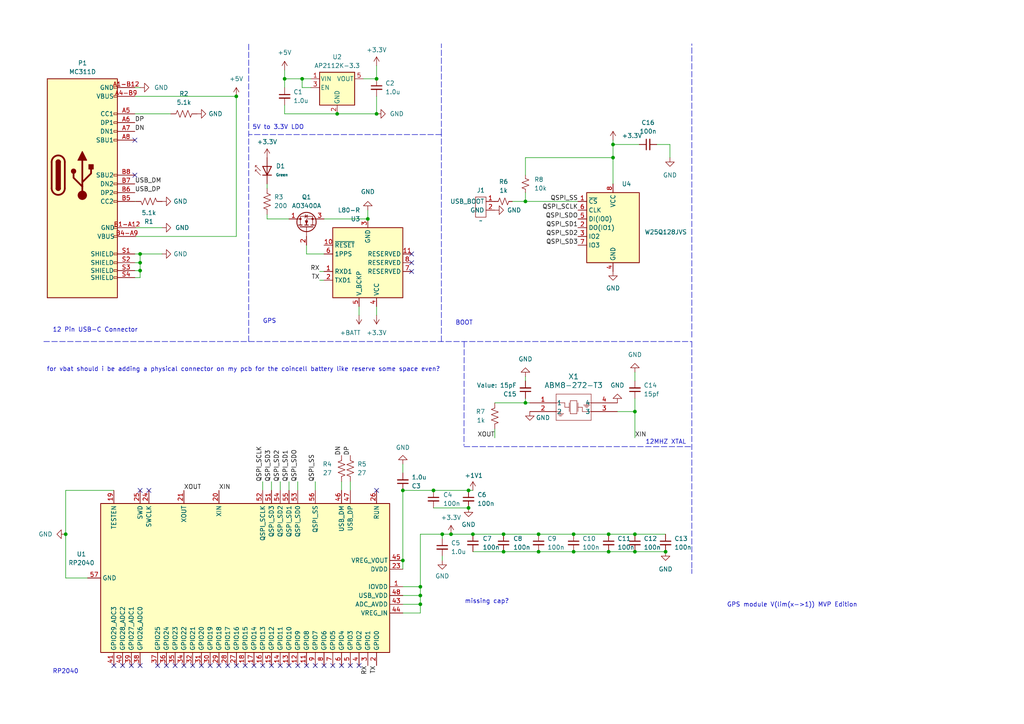
<source format=kicad_sch>
(kicad_sch (version 20250114) (generator "eeschema") (generator_version "9.0")
  (paper "A4")
  (lib_symbols
    (symbol "Crystal:ABM8-272-T3" (pin_names (offset 0.254))
      (property "Reference" "X" (at 12.7 7.62 0))
      (property "Value" "ABM8-272-T3" (at 12.7 5.08 0))
      (symbol "ABM8-272-T3_0_1"
        (polyline (pts (xy 7.62 2.54) (xy 7.62 -5.08)) (stroke (width 0.127)))
        (polyline (pts (xy 7.62 -2.54) (xy 8.89 -2.54)) (stroke (width 0.127)))
        (polyline (pts (xy 7.62 -5.08) (xy 17.78 -5.08)) (stroke (width 0.127)))
        (polyline (pts (xy 7.9375 -3.175) (xy 9.8425 -3.175)) (stroke (width 0.127)))
        (polyline (pts (xy 8.255 -3.4925) (xy 9.525 -3.4925)) (stroke (width 0.127)))
        (polyline (pts (xy 8.5725 -3.81) (xy 9.2075 -3.81)) (stroke (width 0.127)))
        (polyline (pts (xy 8.89 -2.54) (xy 8.89 -3.175)) (stroke (width 0.127)))
        (polyline (pts (xy 10.16 0) (xy 7.62 0)) (stroke (width 0.127)))
        (polyline (pts (xy 10.16 -1.27) (xy 10.16 0)) (stroke (width 0.127)))
        (polyline (pts (xy 11.43 0) (xy 11.43 -2.54)) (stroke (width 0.127)))
        (polyline (pts (xy 11.43 -1.27) (xy 10.16 -1.27)) (stroke (width 0.127)))
        (polyline (pts (xy 11.7475 0.635) (xy 11.7475 -3.175)) (stroke (width 0.127)))
        (polyline (pts (xy 11.7475 -3.175) (xy 13.6525 -3.175)) (stroke (width 0.127)))
        (polyline (pts (xy 13.6525 0.635) (xy 11.7475 0.635)) (stroke (width 0.127)))
        (polyline (pts (xy 13.6525 -3.175) (xy 13.6525 0.635)) (stroke (width 0.127)))
        (polyline (pts (xy 13.97 0) (xy 13.97 -2.54)) (stroke (width 0.127)))
        (polyline (pts (xy 13.97 -1.27) (xy 15.24 -1.27)) (stroke (width 0.127)))
        (polyline (pts (xy 15.24 -1.27) (xy 15.24 -2.54)) (stroke (width 0.127)))
        (polyline (pts (xy 15.24 -2.54) (xy 17.78 -2.54)) (stroke (width 0.127)))
        (polyline (pts (xy 16.51 0) (xy 16.51 -0.635)) (stroke (width 0.127)))
        (polyline (pts (xy 16.8275 -1.27) (xy 16.1925 -1.27)) (stroke (width 0.127)))
        (polyline (pts (xy 17.145 -0.9525) (xy 15.875 -0.9525)) (stroke (width 0.127)))
        (polyline (pts (xy 17.4625 -0.635) (xy 15.5575 -0.635)) (stroke (width 0.127)))
        (polyline (pts (xy 17.78 2.54) (xy 7.62 2.54)) (stroke (width 0.127)))
        (polyline (pts (xy 17.78 0) (xy 16.51 0)) (stroke (width 0.127)))
        (polyline (pts (xy 17.78 -5.08) (xy 17.78 2.54)) (stroke (width 0.127)))
        (pin unspecified line (at 0 0 0) (length 7.62) (name "1") (number "1"))
        (pin unspecified line (at 0 -2.54 0) (length 7.62) (name "2") (number "2"))
        (pin unspecified line (at 25.4 0 180) (length 7.62) (name "4") (number "4"))
        (pin unspecified line (at 25.4 -2.54 180) (length 7.62) (name "3") (number "3"))
      )
    )
    (symbol "Device:C_Small" (pin_numbers (hide yes)) (pin_names (offset 0.254) (hide yes))
      (property "Reference" "C" (at 0.254 1.778 0))
      (property "Value" "C_Small" (at 0.254 -2.032 0))
      (symbol "C_Small_0_1"
        (polyline (pts (xy -1.524 0.508) (xy 1.524 0.508)) (stroke (width 0.3048)))
        (polyline (pts (xy -1.524 -0.508) (xy 1.524 -0.508)) (stroke (width 0.3302)))
      )
      (symbol "C_Small_1_1"
        (pin passive line (at 0 2.54 270) (length 2.032) (name "~") (number "1"))
        (pin passive line (at 0 -2.54 90) (length 2.032) (name "~") (number "2"))
      )
    )
    (symbol "Device:Q_NMOS_DGS" (pin_names (offset 0) (hide yes))
      (property "Reference" "Q" (at 5.08 1.27 0))
      (property "Value" "Q_NMOS_DGS" (at 5.08 -1.27 0))
      (symbol "Q_NMOS_DGS_0_1"
        (polyline (pts (xy 0.254 1.905) (xy 0.254 -1.905)) (stroke (width 0.254)))
        (polyline (pts (xy 0.254 0) (xy -2.54 0)))
        (polyline (pts (xy 0.762 2.286) (xy 0.762 1.27)) (stroke (width 0.254)))
        (polyline (pts (xy 0.762 0.508) (xy 0.762 -0.508)) (stroke (width 0.254)))
        (polyline (pts (xy 0.762 -1.27) (xy 0.762 -2.286)) (stroke (width 0.254)))
        (polyline (pts (xy 0.762 -1.778) (xy 3.302 -1.778) (xy 3.302 1.778) (xy 0.762 1.778)))
        (polyline (pts (xy 1.016 0) (xy 2.032 0.381) (xy 2.032 -0.381) (xy 1.016 0)) (fill (type outline)))
        (circle (center 1.651 0) (radius 2.794) (stroke (width 0.254)))
        (polyline (pts (xy 2.54 2.54) (xy 2.54 1.778)))
        (circle (center 2.54 1.778) (radius 0.254) (fill (type outline)))
        (circle (center 2.54 -1.778) (radius 0.254) (fill (type outline)))
        (polyline (pts (xy 2.54 -2.54) (xy 2.54 0) (xy 0.762 0)))
        (polyline (pts (xy 2.794 0.508) (xy 2.921 0.381) (xy 3.683 0.381) (xy 3.81 0.254)))
        (polyline (pts (xy 3.302 0.381) (xy 2.921 -0.254) (xy 3.683 -0.254) (xy 3.302 0.381)))
      )
      (symbol "Q_NMOS_DGS_1_1"
        (pin input line (at -5.08 0 0) (length 2.54) (name "G") (number "2"))
        (pin passive line (at 2.54 5.08 270) (length 2.54) (name "D") (number "1"))
        (pin passive line (at 2.54 -5.08 90) (length 2.54) (name "S") (number "3"))
      )
    )
    (symbol "Device:R_Small_US" (pin_numbers (hide yes)) (pin_names (offset 0.254) (hide yes))
      (property "Reference" "R" (at 0.762 0.508 0))
      (property "Value" "R_Small_US" (at 0.762 -1.016 0))
      (symbol "R_Small_US_1_1"
        (polyline (pts (xy 0 1.524) (xy 1.016 1.143) (xy 0 0.762) (xy -1.016 0.381) (xy 0 0)))
        (polyline (pts (xy 0 0) (xy 1.016 -0.381) (xy 0 -0.762) (xy -1.016 -1.143) (xy 0 -1.524)))
        (pin passive line (at 0 2.54 270) (length 1.016) (name "~") (number "1"))
        (pin passive line (at 0 -2.54 90) (length 1.016) (name "~") (number "2"))
      )
    )
    (symbol "Device:R_US" (pin_numbers (hide yes)) (pin_names (offset 0))
      (property "Reference" "R" (at 2.54 0 90))
      (property "Value" "R_US" (at -2.54 0 90))
      (symbol "R_US_0_1"
        (polyline (pts (xy 0 2.286) (xy 0 2.54)))
        (polyline (pts (xy 0 2.286) (xy 1.016 1.905) (xy 0 1.524) (xy -1.016 1.143) (xy 0 0.762)))
        (polyline (pts (xy 0 0.762) (xy 1.016 0.381) (xy 0 0) (xy -1.016 -0.381) (xy 0 -0.762)))
        (polyline (pts (xy 0 -0.762) (xy 1.016 -1.143) (xy 0 -1.524) (xy -1.016 -1.905) (xy 0 -2.286)))
        (polyline (pts (xy 0 -2.286) (xy 0 -2.54)))
      )
      (symbol "R_US_1_1"
        (pin passive line (at 0 3.81 270) (length 1.27) (name "~") (number "1"))
        (pin passive line (at 0 -3.81 90) (length 1.27) (name "~") (number "2"))
      )
    )
    (symbol "MCU_RaspberryPi:RP2040"
      (property "Reference" "U" (at 17.78 45.72 0))
      (property "Value" "RP2040" (at 17.78 43.18 0))
      (symbol "RP2040_0_1"
        (rectangle (start -21.59 41.91) (end 21.59 -41.91) (stroke (width 0.254)) (fill (type background)))
      )
      (symbol "RP2040_1_1"
        (pin input line (at -25.4 38.1 0) (length 3.81) (name "RUN") (number "26"))
        (pin bidirectional line (at -25.4 30.48 0) (length 3.81) (name "USB_DP") (number "47"))
        (pin bidirectional line (at -25.4 27.94 0) (length 3.81) (name "USB_DM") (number "46"))
        (pin bidirectional line (at -25.4 20.32 0) (length 3.81) (name "QSPI_SS") (number "56"))
        (pin bidirectional line (at -25.4 15.24 0) (length 3.81) (name "QSPI_SD0") (number "53"))
        (pin bidirectional line (at -25.4 12.7 0) (length 3.81) (name "QSPI_SD1") (number "55"))
        (pin bidirectional line (at -25.4 10.16 0) (length 3.81) (name "QSPI_SD2") (number "54"))
        (pin bidirectional line (at -25.4 7.62 0) (length 3.81) (name "QSPI_SD3") (number "51"))
        (pin output line (at -25.4 5.08 0) (length 3.81) (name "QSPI_SCLK") (number "52"))
        (pin input line (at -25.4 -7.62 0) (length 3.81) (name "XIN") (number "20"))
        (pin passive line (at -25.4 -17.78 0) (length 3.81) (name "XOUT") (number "21"))
        (pin input line (at -25.4 -27.94 0) (length 3.81) (name "SWCLK") (number "24"))
        (pin bidirectional line (at -25.4 -30.48 0) (length 3.81) (name "SWD") (number "25"))
        (pin input line (at -25.4 -38.1 0) (length 3.81) (name "TESTEN") (number "19"))
        (pin power_out line (at -5.08 45.72 270) (length 3.81) (name "VREG_VOUT") (number "45"))
        (pin power_in line (at -2.54 45.72 270) (length 3.81) (name "DVDD") (number "23"))
        (pin passive line (at -2.54 45.72 270) (length 3.81) (hide yes) (name "DVDD") (number "50"))
        (pin power_in line (at 0 -45.72 90) (length 3.81) (name "GND") (number "57"))
        (pin power_in line (at 2.54 45.72 270) (length 3.81) (name "IOVDD") (number "1"))
        (pin passive line (at 2.54 45.72 270) (length 3.81) (hide yes) (name "IOVDD") (number "10"))
        (pin passive line (at 2.54 45.72 270) (length 3.81) (hide yes) (name "IOVDD") (number "22"))
        (pin passive line (at 2.54 45.72 270) (length 3.81) (hide yes) (name "IOVDD") (number "33"))
        (pin passive line (at 2.54 45.72 270) (length 3.81) (hide yes) (name "IOVDD") (number "42"))
        (pin passive line (at 2.54 45.72 270) (length 3.81) (hide yes) (name "IOVDD") (number "49"))
        (pin power_in line (at 5.08 45.72 270) (length 3.81) (name "USB_VDD") (number "48"))
        (pin power_in line (at 7.62 45.72 270) (length 3.81) (name "ADC_AVDD") (number "43"))
        (pin power_in line (at 10.16 45.72 270) (length 3.81) (name "VREG_IN") (number "44"))
        (pin bidirectional line (at 25.4 38.1 180) (length 3.81) (name "GPIO0") (number "2"))
        (pin bidirectional line (at 25.4 35.56 180) (length 3.81) (name "GPIO1") (number "3"))
        (pin bidirectional line (at 25.4 33.02 180) (length 3.81) (name "GPIO2") (number "4"))
        (pin bidirectional line (at 25.4 30.48 180) (length 3.81) (name "GPIO3") (number "5"))
        (pin bidirectional line (at 25.4 27.94 180) (length 3.81) (name "GPIO4") (number "6"))
        (pin bidirectional line (at 25.4 25.4 180) (length 3.81) (name "GPIO5") (number "7"))
        (pin bidirectional line (at 25.4 22.86 180) (length 3.81) (name "GPIO6") (number "8"))
        (pin bidirectional line (at 25.4 20.32 180) (length 3.81) (name "GPIO7") (number "9"))
        (pin bidirectional line (at 25.4 17.78 180) (length 3.81) (name "GPIO8") (number "11"))
        (pin bidirectional line (at 25.4 15.24 180) (length 3.81) (name "GPIO9") (number "12"))
        (pin bidirectional line (at 25.4 12.7 180) (length 3.81) (name "GPIO10") (number "13"))
        (pin bidirectional line (at 25.4 10.16 180) (length 3.81) (name "GPIO11") (number "14"))
        (pin bidirectional line (at 25.4 7.62 180) (length 3.81) (name "GPIO12") (number "15"))
        (pin bidirectional line (at 25.4 5.08 180) (length 3.81) (name "GPIO13") (number "16"))
        (pin bidirectional line (at 25.4 2.54 180) (length 3.81) (name "GPIO14") (number "17"))
        (pin bidirectional line (at 25.4 0 180) (length 3.81) (name "GPIO15") (number "18"))
        (pin bidirectional line (at 25.4 -2.54 180) (length 3.81) (name "GPIO16") (number "27"))
        (pin bidirectional line (at 25.4 -5.08 180) (length 3.81) (name "GPIO17") (number "28"))
        (pin bidirectional line (at 25.4 -7.62 180) (length 3.81) (name "GPIO18") (number "29"))
        (pin bidirectional line (at 25.4 -10.16 180) (length 3.81) (name "GPIO19") (number "30"))
        (pin bidirectional line (at 25.4 -12.7 180) (length 3.81) (name "GPIO20") (number "31"))
        (pin bidirectional line (at 25.4 -15.24 180) (length 3.81) (name "GPIO21") (number "32"))
        (pin bidirectional line (at 25.4 -17.78 180) (length 3.81) (name "GPIO22") (number "34"))
        (pin bidirectional line (at 25.4 -20.32 180) (length 3.81) (name "GPIO23") (number "35"))
        (pin bidirectional line (at 25.4 -22.86 180) (length 3.81) (name "GPIO24") (number "36"))
        (pin bidirectional line (at 25.4 -25.4 180) (length 3.81) (name "GPIO25") (number "37"))
        (pin bidirectional line (at 25.4 -30.48 180) (length 3.81) (name "GPIO26_ADC0") (number "38"))
        (pin bidirectional line (at 25.4 -33.02 180) (length 3.81) (name "GPIO27_ADC1") (number "39"))
        (pin bidirectional line (at 25.4 -35.56 180) (length 3.81) (name "GPIO28_ADC2") (number "40"))
        (pin bidirectional line (at 25.4 -38.1 180) (length 3.81) (name "GPIO29_ADC3") (number "41"))
      )
    )
    (symbol "Memory_Flash:W25Q128JVS"
      (property "Reference" "U" (at -8.89 8.89 0))
      (property "Value" "W25Q128JVS" (at 7.62 8.89 0))
      (symbol "W25Q128JVS_0_1"
        (rectangle (start -7.62 10.16) (end 7.62 -10.16) (stroke (width 0.254)) (fill (type background)))
      )
      (symbol "W25Q128JVS_1_1"
        (pin input line (at -10.16 7.62 0) (length 2.54) (name "~{CS}") (number "1"))
        (pin input line (at -10.16 5.08 0) (length 2.54) (name "CLK") (number "6"))
        (pin bidirectional line (at -10.16 2.54 0) (length 2.54) (name "DI(IO0)") (number "5"))
        (pin bidirectional line (at -10.16 0 0) (length 2.54) (name "DO(IO1)") (number "2"))
        (pin bidirectional line (at -10.16 -2.54 0) (length 2.54) (name "IO2") (number "3"))
        (pin bidirectional line (at -10.16 -5.08 0) (length 2.54) (name "IO3") (number "7"))
        (pin power_in line (at 0 12.7 270) (length 2.54) (name "VCC") (number "8"))
        (pin power_in line (at 0 -12.7 90) (length 2.54) (name "GND") (number "4"))
      )
    )
    (symbol "PCM_JLCPCB-Diodes:LED,0805,Green" (pin_numbers (hide yes)) (pin_names (offset 0))
      (property "Reference" "D" (at 2.032 0.834 0))
      (property "Value" "Green" (at 2.032 -1.2122 0))
      (symbol "LED,0805,Green_0_1"
        (polyline (pts (xy -1.905 0) (xy -3.429 1.524) (xy -3.429 1.016) (xy -3.429 1.524) (xy -2.921 1.524)) (stroke (width 0.127)))
        (polyline (pts (xy -1.905 -1.27) (xy -3.429 0.254) (xy -3.429 -0.254) (xy -3.429 0.254) (xy -2.921 0.254)) (stroke (width 0.127)))
        (polyline (pts (xy -1.27 1.27) (xy 0 -1.27) (xy 1.27 1.27) (xy -1.27 1.27)) (stroke (width 0.254)))
        (polyline (pts (xy -1.27 -1.27) (xy 1.27 -1.27)) (stroke (width 0.254)))
      )
      (symbol "LED,0805,Green_1_1"
        (pin passive line (at 0 3.81 270) (length 3.81) (name "~") (number "2"))
        (pin passive line (at 0 -3.81 90) (length 3.81) (name "~") (number "1"))
      )
    )
    (symbol "RF_GPS:L80-R"
      (property "Reference" "U" (at -10.16 11.43 0))
      (property "Value" "L80-R" (at 10.16 11.43 0))
      (symbol "L80-R_0_1"
        (rectangle (start -10.16 10.16) (end 10.16 -10.16) (stroke (width 0.254)) (fill (type background)))
      )
      (symbol "L80-R_1_1"
        (pin passive line (at -12.7 2.54 0) (length 2.54) (name "RESERVED") (number "7"))
        (pin passive line (at -12.7 0 0) (length 2.54) (name "RESERVED") (number "8"))
        (pin passive line (at -12.7 -2.54 0) (length 2.54) (name "RESERVED") (number "11"))
        (pin power_in line (at -2.54 12.7 270) (length 2.54) (name "VCC") (number "4"))
        (pin passive line (at 0 -12.7 90) (length 2.54) (hide yes) (name "GND") (number "12"))
        (pin power_in line (at 0 -12.7 90) (length 2.54) (name "GND") (number "3"))
        (pin power_in line (at 2.54 12.7 270) (length 2.54) (name "V_BCKP") (number "5"))
        (pin no_connect line (at 10.16 0 180) (length 2.54) (hide yes) (name "NC") (number "9"))
        (pin output line (at 12.7 5.08 180) (length 2.54) (name "TXD1") (number "2"))
        (pin input line (at 12.7 2.54 180) (length 2.54) (name "RXD1") (number "1"))
        (pin output line (at 12.7 -2.54 180) (length 2.54) (name "1PPS") (number "6"))
        (pin input line (at 12.7 -5.08 180) (length 2.54) (name "~{RESET}") (number "10"))
      )
    )
    (symbol "Regulator_Linear:AP2112K-3.3" (pin_names (offset 0.254))
      (property "Reference" "U" (at -5.08 5.715 0))
      (property "Value" "AP2112K-3.3" (at 0 5.715 0))
      (symbol "AP2112K-3.3_0_1"
        (rectangle (start -5.08 4.445) (end 5.08 -5.08) (stroke (width 0.254)) (fill (type background)))
      )
      (symbol "AP2112K-3.3_1_1"
        (pin power_in line (at -7.62 2.54 0) (length 2.54) (name "VIN") (number "1"))
        (pin input line (at -7.62 0 0) (length 2.54) (name "EN") (number "3"))
        (pin power_in line (at 0 -7.62 90) (length 2.54) (name "GND") (number "2"))
        (pin no_connect line (at 5.08 0 180) (length 2.54) (hide yes) (name "NC") (number "4"))
        (pin power_out line (at 7.62 2.54 180) (length 2.54) (name "VOUT") (number "5"))
      )
    )
    (symbol "USBCCOnn:USB_C_Plug_12pin" (pin_names (offset 1.016))
      (property "Reference" "P1" (at 0.0635 32.512 0))
      (property "Value" "MC311D" (at 0.0635 29.972 0))
      (symbol "USB_C_Plug_12pin_0_0"
        (rectangle (start 9.144 23.114) (end 10.16 22.606))
        (rectangle (start 9.144 15.494) (end 10.16 14.986))
        (rectangle (start 9.144 12.954) (end 10.16 12.446))
        (rectangle (start 9.144 10.414) (end 10.16 9.906))
        (rectangle (start 9.144 -4.826) (end 10.16 -5.334))
        (rectangle (start 9.144 -27.432) (end 10.16 -27.94))
        (rectangle (start 9.144 -29.464) (end 10.16 -29.972))
        (rectangle (start 10.16 25.654) (end 9.144 25.146))
        (rectangle (start 10.16 18.034) (end 9.144 17.526))
        (rectangle (start 10.16 0.254) (end 9.144 -0.254))
        (rectangle (start 10.16 -2.286) (end 9.144 -2.794))
        (rectangle (start 10.16 -7.366) (end 9.144 -7.874))
        (rectangle (start 10.16 -14.986) (end 9.144 -15.494))
        (rectangle (start 10.16 -17.526) (end 9.144 -18.034))
        (rectangle (start 10.16 -22.606) (end 9.144 -23.114))
        (rectangle (start 10.16 -25.146) (end 9.144 -25.654))
      )
      (symbol "USB_C_Plug_12pin_0_1"
        (rectangle (start -10.16 27.94) (end 10.16 -35.56) (stroke (width 0.254)) (fill (type background)))
        (polyline (pts (xy -8.89 -3.81) (xy -8.89 3.81)) (stroke (width 0.508)))
        (rectangle (start -7.62 -3.81) (end -6.35 3.81) (stroke (width 0.254)) (fill (type outline)))
        (arc (start -7.62 3.81) (mid -6.985 4.4423) (end -6.35 3.81) (stroke (width 0.254)))
        (arc (start -7.62 3.81) (mid -6.985 4.4423) (end -6.35 3.81) (stroke (width 0.254)) (fill (type outline)))
        (arc (start -8.89 3.81) (mid -6.985 5.7067) (end -5.08 3.81) (stroke (width 0.508)))
        (arc (start -5.08 -3.81) (mid -6.985 -5.7067) (end -8.89 -3.81) (stroke (width 0.508)))
        (arc (start -6.35 -3.81) (mid -6.985 -4.4423) (end -7.62 -3.81) (stroke (width 0.254)))
        (arc (start -6.35 -3.81) (mid -6.985 -4.4423) (end -7.62 -3.81) (stroke (width 0.254)) (fill (type outline)))
        (polyline (pts (xy -5.08 3.81) (xy -5.08 -3.81)) (stroke (width 0.508)))
      )
      (symbol "USB_C_Plug_12pin_1_1"
        (circle (center -2.54 1.143) (radius 0.635) (stroke (width 0.254)) (fill (type outline)))
        (polyline (pts (xy -1.27 4.318) (xy 0 6.858) (xy 1.27 4.318) (xy -1.27 4.318)) (stroke (width 0.254)) (fill (type outline)))
        (polyline (pts (xy 0 -2.032) (xy 2.54 0.508) (xy 2.54 1.778)) (stroke (width 0.508)))
        (polyline (pts (xy 0 -3.302) (xy -2.54 -0.762) (xy -2.54 0.508)) (stroke (width 0.508)))
        (polyline (pts (xy 0 -5.842) (xy 0 4.318)) (stroke (width 0.508)))
        (circle (center 0 -5.842) (radius 1.27) (fill (type outline)))
        (rectangle (start 1.905 1.778) (end 3.175 3.048) (stroke (width 0.254)) (fill (type outline)))
        (pin passive line (at 15.24 25.4 180) (length 5.08) (name "GND") (number "A1-B12"))
        (pin bidirectional line (at 15.24 22.86 180) (length 5.08) (name "VBUS") (number "A4-B9"))
        (pin bidirectional line (at 15.24 17.78 180) (length 5.08) (name "CC1") (number "A5"))
        (pin bidirectional line (at 15.24 15.24 180) (length 5.08) (name "DP1") (number "A6"))
        (pin bidirectional line (at 15.24 12.7 180) (length 5.08) (name "DN1") (number "A7"))
        (pin bidirectional line (at 15.24 10.16 180) (length 5.08) (name "SBU1") (number "A8"))
        (pin bidirectional line (at 15.24 0 180) (length 5.08) (name "SBU2") (number "B8"))
        (pin bidirectional line (at 15.24 -2.54 180) (length 5.08) (name "DN2") (number "B7"))
        (pin bidirectional line (at 15.24 -5.08 180) (length 5.08) (name "DP2") (number "B6"))
        (pin bidirectional line (at 15.24 -7.62 180) (length 5.08) (name "CC2") (number "B5"))
        (pin passive line (at 15.24 -22.86 180) (length 5.08) (name "SHIELD") (number "S1"))
        (pin passive line (at 15.24 -25.4 180) (length 5.08) (name "SHIELD") (number "S2"))
        (pin passive line (at 15.24 -27.686 180) (length 5.08) (name "SHIELD") (number "S3"))
        (pin passive line (at 15.24 -29.718 180) (length 5.08) (name "SHIELD") (number "S4"))
        (pin passive line (at 15.494 -15.24 180) (length 5.08) (name "GND") (number "B1-A12"))
        (pin bidirectional line (at 15.494 -17.78 180) (length 5.08) (name "VBUS") (number "B4-A9"))
      )
    )
    (symbol "USBCCOnn:connector"
      (property "Reference" "J1" (at 0 8.8145 0))
      (property "Value" "~" (at 0 0 0))
      (symbol "connector_0_1"
        (rectangle (start -1.524 6.858) (end 1.524 1.016))
      )
      (symbol "connector_1_1"
        (pin input line (at 4.064 5.588 180) (length 2.54) (name "USB_BOOT") (number "1"))
        (pin input line (at 4.064 3.048 180) (length 2.54) (name "GND") (number "2"))
      )
    )
    (symbol "power:+1V1" (power) (pin_names (offset 0))
      (property "Value" "+1V1" (at 0 3.556 0))
      (symbol "+1V1_0_1"
        (polyline (pts (xy -0.762 1.27) (xy 0 2.54)))
        (polyline (pts (xy 0 2.54) (xy 0.762 1.27)))
        (polyline (pts (xy 0 0) (xy 0 2.54)))
      )
      (symbol "+1V1_1_1"
        (pin power_in line (at 0 0 90) (length 0) (hide yes) (name "+1V1") (number "1"))
      )
    )
    (symbol "power:+3.3V" (power) (pin_names (offset 0))
      (property "Value" "+3.3V" (at 0 3.556 0))
      (symbol "+3.3V_0_1"
        (polyline (pts (xy -0.762 1.27) (xy 0 2.54)))
        (polyline (pts (xy 0 2.54) (xy 0.762 1.27)))
        (polyline (pts (xy 0 0) (xy 0 2.54)))
      )
      (symbol "+3.3V_1_1"
        (pin power_in line (at 0 0 90) (length 0) (hide yes) (name "+3.3V") (number "1"))
      )
    )
    (symbol "power:+3V3" (power) (pin_names (offset 0))
      (property "Value" "+3V3" (at 0 3.556 0))
      (symbol "+3V3_0_1"
        (polyline (pts (xy -0.762 1.27) (xy 0 2.54)))
        (polyline (pts (xy 0 2.54) (xy 0.762 1.27)))
        (polyline (pts (xy 0 0) (xy 0 2.54)))
      )
      (symbol "+3V3_1_1"
        (pin power_in line (at 0 0 90) (length 0) (hide yes) (name "+3V3") (number "1"))
      )
    )
    (symbol "power:+5V" (power) (pin_names (offset 0))
      (property "Value" "+5V" (at 0 3.556 0))
      (symbol "+5V_0_1"
        (polyline (pts (xy -0.762 1.27) (xy 0 2.54)))
        (polyline (pts (xy 0 2.54) (xy 0.762 1.27)))
        (polyline (pts (xy 0 0) (xy 0 2.54)))
      )
      (symbol "+5V_1_1"
        (pin power_in line (at 0 0 90) (length 0) (hide yes) (name "+5V") (number "1"))
      )
    )
    (symbol "power:+BATT" (power) (pin_names (offset 0))
      (property "Value" "+BATT" (at 0 3.556 0))
      (symbol "+BATT_0_1"
        (polyline (pts (xy -0.762 1.27) (xy 0 2.54)))
        (polyline (pts (xy 0 2.54) (xy 0.762 1.27)))
        (polyline (pts (xy 0 0) (xy 0 2.54)))
      )
      (symbol "+BATT_1_1"
        (pin power_in line (at 0 0 90) (length 0) (hide yes) (name "+BATT") (number "1"))
      )
    )
    (symbol "power:GND" (power) (pin_names (offset 0))
      (property "Value" "GND" (at 0 -3.81 0))
      (symbol "GND_0_1"
        (polyline (pts (xy 0 0) (xy 0 -1.27) (xy 1.27 -1.27) (xy 0 -2.54) (xy -1.27 -1.27) (xy 0 -1.27)))
      )
      (symbol "GND_1_1"
        (pin power_in line (at 0 0 270) (length 0) (hide yes) (name "GND") (number "1"))
      )
    )
    (symbol "power:VCC" (power) (pin_names (offset 0))
      (property "Value" "VCC" (at 0 3.81 0))
      (symbol "VCC_0_1"
        (polyline (pts (xy -0.762 1.27) (xy 0 2.54)))
        (polyline (pts (xy 0 2.54) (xy 0.762 1.27)))
        (polyline (pts (xy 0 0) (xy 0 2.54)))
      )
      (symbol "VCC_1_1"
        (pin power_in line (at 0 0 90) (length 0) (hide yes) (name "VCC") (number "1"))
      )
    )
  )
  (text "12 Pin USB-C Connector\n" (at 15.24 96.52 0) (effects (font (size 1.27 1.27)) (justify left bottom)))
  (text "for vbat should i be adding a physical connector on my pcb for the coincell battery like reserve some space even?" (at 70.612 107.188 0) (effects (font (size 1.27 1.27))))
  (text "RP2040\n" (at 15.24 195.58 0) (effects (font (size 1.27 1.27)) (justify left bottom)))
  (text "GPS module V(lim(x->1)) MVP Edition\n\n\n" (at 210.82 180.34 0) (effects (font (size 1.27 1.27)) (justify left bottom)))
  (text "5V to 3.3V LDO\n\n" (at 73.1791 39.7765 0) (effects (font (size 1.27 1.27)) (justify left bottom)))
  (text "missing cap?" (at 141.224 174.498 0) (effects (font (size 1.27 1.27))))
  (text "12MHZ XTAL" (at 187.198 129.032 0) (effects (font (size 1.27 1.27)) (justify left bottom)))
  (text "BOOT\n\n" (at 132.08 96.52 0) (effects (font (size 1.27 1.27)) (justify left bottom)))
  (text "GPS\n" (at 76.2 93.98 0) (effects (font (size 1.27 1.27)) (justify left bottom)))
  (junction (at 184.15 160.02))
  (junction (at 68.5388 27.9467))
  (junction (at 82.55 22.86))
  (junction (at 156.21 154.94))
  (junction (at 40.64 78.486))
  (junction (at 130.81 154.94))
  (junction (at 109.22 22.86))
  (junction (at 184.15 119.38))
  (junction (at 116.84 162.56))
  (junction (at 135.89 142.24))
  (junction (at 184.15 154.94))
  (junction (at 176.53 160.02))
  (junction (at 177.8 45.72))
  (junction (at 146.05 154.94))
  (junction (at 177.8 41.91))
  (junction (at 166.37 160.02))
  (junction (at 125.73 142.24))
  (junction (at 106.68 63.5))
  (junction (at 121.92 175.26))
  (junction (at 146.05 160.02))
  (junction (at 121.92 172.72))
  (junction (at 193.04 160.02))
  (junction (at 152.4 116.84))
  (junction (at 137.16 154.94))
  (junction (at 87.63 22.86))
  (junction (at 166.37 154.94))
  (junction (at 116.84 142.24))
  (junction (at 40.64 76.2))
  (junction (at 152.4 58.42))
  (junction (at 121.92 170.18))
  (junction (at 40.64 73.66))
  (junction (at 97.79 33.02))
  (junction (at 176.53 154.94))
  (junction (at 156.21 160.02))
  (junction (at 128.27 154.94))
  (junction (at 135.89 147.32))
  (junction (at 19.05 154.94))
  (junction (at 109.22 33.02))
  (no_connect (at 55.88 193.04))
  (no_connect (at 43.18 142.24))
  (no_connect (at 68.58 193.04))
  (no_connect (at 66.04 193.04))
  (no_connect (at 86.36 193.04))
  (no_connect (at 73.66 193.04))
  (no_connect (at 48.26 193.04))
  (no_connect (at 45.72 193.04))
  (no_connect (at 50.8 193.04))
  (no_connect (at 109.22 142.24))
  (no_connect (at 38.1 193.04))
  (no_connect (at 104.14 193.04))
  (no_connect (at 119.38 76.2))
  (no_connect (at 60.96 193.04))
  (no_connect (at 101.6 193.04))
  (no_connect (at 88.9 193.04))
  (no_connect (at 119.38 73.66))
  (no_connect (at 91.44 193.04))
  (no_connect (at 99.06 193.04))
  (no_connect (at 96.52 193.04))
  (no_connect (at 63.5 193.04))
  (no_connect (at 93.98 193.04))
  (no_connect (at 53.34 193.04))
  (no_connect (at 35.56 193.04))
  (no_connect (at 40.64 193.04))
  (no_connect (at 119.38 78.74))
  (no_connect (at 39.116 40.64))
  (no_connect (at 40.64 142.24))
  (no_connect (at 58.42 193.04))
  (no_connect (at 39.116 50.8))
  (no_connect (at 78.74 193.04))
  (no_connect (at 33.02 193.04))
  (no_connect (at 81.28 193.04))
  (no_connect (at 71.12 193.04))
  (no_connect (at 83.82 193.04))
  (no_connect (at 76.2 193.04))
  (wire (pts (xy 39.37 68.58) (xy 68.5388 68.58)))
  (polyline (pts (xy 200.66 165.1) (xy 200.66 166.37)))
  (wire (pts (xy 152.4 58.42) (xy 148.59 58.42)))
  (wire (pts (xy 104.14 91.44) (xy 104.14 88.9)))
  (wire (pts (xy 121.92 177.8) (xy 121.92 175.26)))
  (wire (pts (xy 39.116 27.94) (xy 68.5388 27.94)))
  (wire (pts (xy 91.44 139.7) (xy 91.44 142.24)))
  (wire (pts (xy 88.9 73.66) (xy 93.98 73.66)))
  (wire (pts (xy 39.116 73.66) (xy 40.64 73.66)))
  (wire (pts (xy 93.98 63.5) (xy 106.68 63.5)))
  (polyline (pts (xy 128.022 39.033) (xy 128.022 12.7)) (stroke (width 0) (type dash)))
  (wire (pts (xy 90.17 22.86) (xy 87.63 22.86)))
  (wire (pts (xy 179.07 119.38) (xy 184.15 119.38)))
  (wire (pts (xy 184.15 160.02) (xy 193.04 160.02)))
  (wire (pts (xy 82.55 25.4) (xy 82.55 22.86)))
  (wire (pts (xy 152.4 45.72) (xy 177.8 45.72)))
  (wire (pts (xy 128.27 154.94) (xy 130.81 154.94)))
  (wire (pts (xy 177.8 40.64) (xy 177.8 41.91)))
  (wire (pts (xy 125.73 147.32) (xy 135.89 147.32)))
  (wire (pts (xy 106.68 60.96) (xy 106.68 63.5)))
  (wire (pts (xy 116.84 177.8) (xy 121.92 177.8)))
  (wire (pts (xy 39.37 58.42) (xy 39.116 58.42)))
  (wire (pts (xy 137.16 154.94) (xy 146.05 154.94)))
  (wire (pts (xy 184.15 115.57) (xy 184.15 119.38)))
  (wire (pts (xy 146.05 154.94) (xy 156.21 154.94)))
  (wire (pts (xy 166.37 160.02) (xy 176.53 160.02)))
  (wire (pts (xy 78.74 139.7) (xy 78.74 142.24)))
  (wire (pts (xy 184.15 107.95) (xy 184.15 110.49)))
  (polyline (pts (xy 200.66 97.79) (xy 200.66 12.7)) (stroke (width 0) (type dash)))
  (wire (pts (xy 19.05 142.24) (xy 19.05 154.94)))
  (wire (pts (xy 152.4 45.72) (xy 152.4 50.8)))
  (wire (pts (xy 146.05 160.02) (xy 156.21 160.02)))
  (wire (pts (xy 166.37 154.94) (xy 176.53 154.94)))
  (wire (pts (xy 109.22 33.02) (xy 97.79 33.02)))
  (wire (pts (xy 152.4 116.84) (xy 153.67 116.84)))
  (wire (pts (xy 128.27 162.56) (xy 128.27 161.29)))
  (wire (pts (xy 87.63 25.4) (xy 87.63 22.86)))
  (wire (pts (xy 92.71 78.74) (xy 93.98 78.74)))
  (wire (pts (xy 116.84 170.18) (xy 121.92 170.18)))
  (wire (pts (xy 77.47 63.5) (xy 77.47 62.23)))
  (wire (pts (xy 143.51 116.84) (xy 152.4 116.84)))
  (wire (pts (xy 184.15 154.94) (xy 193.04 154.94)))
  (wire (pts (xy 109.22 27.94) (xy 109.22 33.02)))
  (wire (pts (xy 130.81 154.94) (xy 137.16 154.94)))
  (wire (pts (xy 90.17 25.4) (xy 87.63 25.4)))
  (polyline (pts (xy 134.62 99.06) (xy 134.578 129.2512)) (stroke (width 0) (type dash)))
  (polyline (pts (xy 12.7 99.06) (xy 200.66 99.06)) (stroke (width 0) (type dash)))
  (polyline (pts (xy 128.022 39.033) (xy 72.142 39.033)) (stroke (width 0) (type dash)))
  (polyline (pts (xy 200.66 99.06) (xy 200.66 165.1)) (stroke (width 0) (type dash)))
  (wire (pts (xy 82.55 33.02) (xy 97.79 33.02)))
  (wire (pts (xy 76.2 139.7) (xy 76.2 142.24)))
  (wire (pts (xy 40.64 80.518) (xy 40.64 78.486)))
  (wire (pts (xy 33.02 142.24) (xy 19.05 142.24)))
  (wire (pts (xy 39.116 33.02) (xy 49.53 33.02)))
  (wire (pts (xy 128.27 156.21) (xy 128.27 154.94)))
  (wire (pts (xy 39.116 80.518) (xy 40.64 80.518)))
  (wire (pts (xy 194.31 41.91) (xy 194.31 45.72)))
  (wire (pts (xy 116.84 142.24) (xy 116.84 162.56)))
  (polyline (pts (xy 134.62 129.54) (xy 200.66 129.54)) (stroke (width 0) (type dash)))
  (wire (pts (xy 116.84 175.26) (xy 121.92 175.26)))
  (wire (pts (xy 177.8 45.72) (xy 177.8 41.91)))
  (wire (pts (xy 156.21 154.94) (xy 166.37 154.94)))
  (wire (pts (xy 156.21 160.02) (xy 166.37 160.02)))
  (wire (pts (xy 121.92 154.94) (xy 128.27 154.94)))
  (wire (pts (xy 116.84 162.56) (xy 116.84 165.1)))
  (wire (pts (xy 19.05 167.64) (xy 25.4 167.64)))
  (wire (pts (xy 77.47 54.61) (xy 77.47 53.34)))
  (wire (pts (xy 86.36 139.7) (xy 86.36 142.24)))
  (wire (pts (xy 87.63 22.86) (xy 82.55 22.86)))
  (wire (pts (xy 101.6 139.7) (xy 101.6 142.24)))
  (wire (pts (xy 176.53 160.02) (xy 184.15 160.02)))
  (wire (pts (xy 194.31 41.91) (xy 190.5 41.91)))
  (wire (pts (xy 143.51 127) (xy 143.51 124.46)))
  (wire (pts (xy 82.55 22.86) (xy 82.55 20.32)))
  (wire (pts (xy 68.5388 27.9467) (xy 68.5388 27.94)))
  (polyline (pts (xy 72.142 99.06) (xy 72.142 12.7)) (stroke (width 0) (type dash)))
  (wire (pts (xy 40.64 76.2) (xy 40.64 78.486)))
  (wire (pts (xy 116.84 134.62) (xy 116.84 137.16)))
  (wire (pts (xy 121.92 154.94) (xy 121.92 170.18)))
  (wire (pts (xy 184.15 119.38) (xy 184.15 127)))
  (wire (pts (xy 39.37 66.04) (xy 46.99 66.04)))
  (wire (pts (xy 39.116 76.2) (xy 40.64 76.2)))
  (wire (pts (xy 39.116 78.486) (xy 40.64 78.486)))
  (wire (pts (xy 152.4 55.88) (xy 152.4 58.42)))
  (polyline (pts (xy 128.022 99.06) (xy 128.022 39.033)) (stroke (width 0) (type dash)))
  (wire (pts (xy 152.4 110.49) (xy 152.4 109.22)))
  (wire (pts (xy 83.82 63.5) (xy 77.47 63.5)))
  (wire (pts (xy 68.5388 68.58) (xy 68.5388 27.9467)))
  (wire (pts (xy 121.92 172.72) (xy 116.84 172.72)))
  (wire (pts (xy 40.64 25.4) (xy 39.116 25.4)))
  (wire (pts (xy 152.4 115.57) (xy 152.4 116.84)))
  (wire (pts (xy 135.89 142.24) (xy 137.16 142.24)))
  (wire (pts (xy 177.8 45.72) (xy 177.8 53.34)))
  (wire (pts (xy 82.55 30.48) (xy 82.55 33.02)))
  (wire (pts (xy 177.8 41.91) (xy 185.42 41.91)))
  (wire (pts (xy 176.53 154.94) (xy 184.15 154.94)))
  (wire (pts (xy 88.9 71.12) (xy 88.9 73.66)))
  (wire (pts (xy 83.82 139.7) (xy 83.82 142.24)))
  (wire (pts (xy 109.22 19.05) (xy 109.22 22.86)))
  (wire (pts (xy 125.73 142.24) (xy 135.89 142.24)))
  (wire (pts (xy 99.06 139.7) (xy 99.06 142.24)))
  (wire (pts (xy 81.28 139.7) (xy 81.28 142.24)))
  (wire (pts (xy 109.22 91.44) (xy 109.22 88.9)))
  (wire (pts (xy 40.64 73.66) (xy 40.64 76.2)))
  (wire (pts (xy 40.64 73.66) (xy 46.99 73.66)))
  (wire (pts (xy 92.71 81.28) (xy 93.98 81.28)))
  (wire (pts (xy 105.41 22.86) (xy 109.22 22.86)))
  (wire (pts (xy 19.05 167.64) (xy 19.05 154.94)))
  (wire (pts (xy 121.92 170.18) (xy 121.92 172.72)))
  (wire (pts (xy 116.84 142.24) (xy 125.73 142.24)))
  (wire (pts (xy 152.4 58.42) (xy 167.64 58.42)))
  (wire (pts (xy 137.16 160.02) (xy 146.05 160.02)))
  (wire (pts (xy 121.92 175.26) (xy 121.92 172.72)))
  (label "QSPI_SDO" (at 86.36 139.7 90))
  (label "QSPI_SDO" (at 167.64 63.5 180))
  (label "QSPI_SCLK" (at 167.64 60.96 180))
  (label "DP" (at 101.6 132.08 90))
  (label "XOUT" (at 53.34 142.24 0))
  (label "TX" (at 109.22 193.04 270))
  (label "RX" (at 106.68 193.04 270))
  (label "RX" (at 92.71 78.74 180))
  (label "QSPI_SS" (at 167.64 58.42 180))
  (label "USB_DP" (at 39.116 55.88 0))
  (label "DN" (at 39.116 38.1 0))
  (label "QSPI_SD3" (at 78.74 139.7 90))
  (label "TX" (at 92.71 81.28 180))
  (label "XIN" (at 63.5 142.24 0))
  (label "QSPI_SD2" (at 167.64 68.58 180))
  (label "USB_DM" (at 39.116 53.34 0))
  (label "QSPI_SD2" (at 81.28 139.7 90))
  (label "DP" (at 39.116 35.56 0))
  (label "QSPI_SD3" (at 167.64 71.12 180))
  (label "QSPI_SD1" (at 83.82 139.7 90))
  (label "QSPI_SCLK" (at 76.2 139.7 90))
  (label "XIN" (at 184.15 127 0))
  (label "DN" (at 99.06 132.08 90))
  (label "QSPI_SD1" (at 167.64 66.04 180))
  (label "XOUT" (at 143.51 127 180))
  (label "QSPI_SS" (at 91.44 139.7 90))
  (symbol (lib_id "Device:C_Small") (at 184.15 157.48 0) (unit 1)
    (property "Reference" "C12" (at 186.69 156.2162 0) (effects (justify left)))
    (property "Value" "100n" (at 186.69 158.7562 0) (effects (justify left)))
    (property "Footprint" "Capacitor_SMD:C_0402_1005Metric" (effects (hide yes)))
    (property "LCSC" "C1525" (effects (hide yes)))
  )
  (symbol (lib_id "Device:R_US") (at 99.06 135.89 0) (mirror y) (unit 1)
    (property "Reference" "R4" (at 96.266 134.62 0) (effects (justify left)))
    (property "Value" "27" (at 96.266 137.16 0) (effects (justify left)))
    (property "Footprint" "Resistor_SMD:R_0402_1005Metric" (effects (hide yes)))
    (property "LCSC" "C25100" (effects (hide yes)))
  )
  (symbol (lib_id "power:GND") (at 106.68 60.96 180) (unit 1)
    (property "Reference" "#PWR012" (effects (hide yes)))
    (property "Value" "GND" (at 106.68 55.626 0))
  )
  (symbol (lib_id "Device:C_Small") (at 137.16 157.48 0) (unit 1)
    (property "Reference" "C7" (at 139.954 156.2163 0) (effects (justify left)))
    (property "Value" "100n" (at 139.954 158.7563 0) (effects (justify left)))
    (property "Footprint" "Capacitor_SMD:C_0402_1005Metric" (effects (hide yes)))
    (property "LCSC" "C1525" (effects (hide yes)))
  )
  (symbol (lib_id "Device:C_Small") (at 82.55 27.94 0) (unit 1)
    (property "Reference" "C1" (at 85.09 26.6763 0) (effects (justify left)))
    (property "Value" "1.0u" (at 85.09 29.2163 0) (effects (justify left)))
    (property "Footprint" "Capacitor_SMD:C_0402_1005Metric" (effects (hide yes)))
    (property "LCSC" "C14445" (effects (hide yes)))
  )
  (symbol (lib_id "power:GND") (at 40.64 25.4 90) (unit 1)
    (property "Reference" "#PWR02" (effects (hide yes)))
    (property "Value" "GND" (at 44.704 25.4 90) (effects (justify right)))
  )
  (symbol (lib_id "power:GND") (at 184.15 107.95 180) (unit 1)
    (property "Reference" "#PWR026" (effects (hide yes)))
    (property "Value" "GND" (at 184.15 102.87 0))
  )
  (symbol (lib_id "Device:R_US") (at 143.51 120.65 0) (mirror y) (unit 1)
    (property "Reference" "R7" (at 140.716 119.38 0) (effects (justify left)))
    (property "Value" "1k" (at 140.716 121.92 0) (effects (justify left)))
    (property "Footprint" "Resistor_SMD:R_0402_1005Metric" (effects (hide yes)))
    (property "LCSC" "C11702" (effects (hide yes)))
  )
  (symbol (lib_id "power:GND") (at 46.99 66.04 90) (unit 1)
    (property "Reference" "#PWR04" (effects (hide yes)))
    (property "Value" "GND" (at 50.8 66.04 90) (effects (justify right)))
  )
  (symbol (lib_id "Memory_Flash:W25Q128JVS") (at 177.8 66.04 0) (unit 1)
    (property "Reference" "U4" (at 180.34 53.34 0) (effects (justify left)))
    (property "Value" "W25Q128JVS" (at 186.944 67.31 0) (effects (justify left)))
    (property "Footprint" "Package_SO:SOIC-8_5.3x5.3mm_P1.27mm" (effects (hide yes)))
    (property "Datasheet" "http://www.winbond.com/resource-files/w25q128jv_dtr%20revc%2003272018%20plus.pdf" (effects (hide yes)))
    (property "LCSC" "C97521" (effects (hide yes)))
  )
  (symbol (lib_id "Device:Q_NMOS_DGS") (at 88.9 66.04 90) (unit 1)
    (property "Reference" "Q1" (at 88.9 57.15 90))
    (property "Value" "AO3400A" (at 88.9 59.69 90))
    (property "Footprint" "AO3400A:SOT-23-3L_AOS" (effects (hide yes)))
    (property "LCSC" "C20917" (effects (hide yes)))
  )
  (symbol (lib_id "power:+BATT") (at 104.14 91.44 180) (unit 1)
    (property "Reference" "#PWR011" (effects (hide yes)))
    (property "Value" "+BATT" (at 101.6 96.52 0))
  )
  (symbol (lib_id "Device:C_Small") (at 109.22 25.4 0) (unit 1)
    (property "Reference" "C2" (at 111.76 24.1363 0) (effects (justify left)))
    (property "Value" "1.0u" (at 111.76 26.67 0) (effects (justify left)))
    (property "Footprint" "Capacitor_SMD:C_0402_1005Metric" (effects (hide yes)))
    (property "LCSC" "C14445" (effects (hide yes)))
  )
  (symbol (lib_id "power:+5V") (at 68.5388 27.9467 0) (unit 1)
    (property "Reference" "#PWR07" (effects (hide yes)))
    (property "Value" "+5V" (at 68.5388 22.8667 0))
  )
  (symbol (lib_id "power:+5V") (at 82.55 20.32 0) (unit 1)
    (property "Reference" "#PWR09" (effects (hide yes)))
    (property "Value" "+5V" (at 82.55 15.24 0))
  )
  (symbol (lib_id "power:GND") (at 193.04 160.02 0) (unit 1)
    (property "Reference" "#PWR028" (effects (hide yes)))
    (property "Value" "GND" (at 193.04 165.0822 0))
  )
  (symbol (lib_id "power:GND") (at 194.31 45.72 0) (unit 1)
    (property "Reference" "#PWR027" (effects (hide yes)))
    (property "Value" "GND" (at 194.31 50.8 0))
  )
  (symbol (lib_id "power:GND") (at 19.05 154.94 270) (unit 1)
    (property "Reference" "#PWR01" (effects (hide yes)))
    (property "Value" "GND" (at 15.24 154.9399 90) (effects (justify right)))
  )
  (symbol (lib_id "power:+3.3V") (at 77.47 45.72 0) (unit 1)
    (property "Reference" "#PWR08" (effects (hide yes)))
    (property "Value" "+3.3V" (at 77.47 41.148 0))
  )
  (symbol (lib_id "Device:C_Small") (at 184.15 113.03 180) (unit 1)
    (property "Reference" "C14" (at 186.69 111.7535 0) (effects (justify right)))
    (property "Value" "15pf" (at 186.69 114.2935 0) (effects (justify right)))
    (property "Footprint" "Capacitor_SMD:C_0402_1005Metric" (effects (hide yes)))
    (property "LCSC" "C1548" (effects (hide yes)))
  )
  (symbol (lib_id "power:GND") (at 177.8 78.74 0) (unit 1)
    (property "Reference" "#PWR024" (effects (hide yes)))
    (property "Value" "GND" (at 177.8 83.566 0))
  )
  (symbol (lib_id "Device:R_US") (at 101.6 135.89 0) (unit 1)
    (property "Reference" "R5" (at 103.632 134.62 0) (effects (justify left)))
    (property "Value" "27" (at 103.632 137.16 0) (effects (justify left)))
    (property "Footprint" "Resistor_SMD:R_0402_1005Metric" (effects (hide yes)))
    (property "LCSC" "C25100" (effects (hide yes)))
  )
  (symbol (lib_id "power:GND") (at 152.4 109.22 180) (unit 1)
    (property "Reference" "#PWR021" (effects (hide yes)))
    (property "Value" "GND" (at 152.4 104.14 0))
  )
  (symbol (lib_id "Device:R_Small_US") (at 152.4 53.34 0) (unit 1)
    (property "Reference" "R8" (at 154.94 52.07 0) (effects (justify left)))
    (property "Value" "10k" (at 154.94 54.61 0) (effects (justify left)))
    (property "Footprint" "Resistor_SMD:R_0402_1005Metric" (effects (hide yes)))
    (property "LCSC" "C25531" (effects (hide yes)))
  )
  (symbol (lib_id "Device:C_Small") (at 116.84 139.7 0) (mirror x) (unit 1)
    (property "Reference" "C3" (at 119.38 140.9637 0) (effects (justify left)))
    (property "Value" "1.0u" (at 119.38 138.4237 0) (effects (justify left)))
    (property "Footprint" "Capacitor_SMD:C_0402_1005Metric" (effects (hide yes)))
    (property "LCSC" "C14445" (effects (hide yes)))
  )
  (symbol (lib_id "Device:C_Small") (at 166.37 157.48 0) (unit 1)
    (property "Reference" "C10" (at 168.91 156.2162 0) (effects (justify left)))
    (property "Value" "100n" (at 168.91 158.7562 0) (effects (justify left)))
    (property "Footprint" "Capacitor_SMD:C_0402_1005Metric" (effects (hide yes)))
    (property "LCSC" "C1525" (effects (hide yes)))
  )
  (symbol (lib_id "Device:R_US") (at 53.34 33.02 90) (unit 1)
    (property "Reference" "R2" (at 53.34 27.178 90))
    (property "Value" "5.1k" (at 53.34 29.718 90))
    (property "Footprint" "Resistor_SMD:R_0402_1005Metric" (effects (hide yes)))
    (property "LCSC" "C25905" (effects (hide yes)))
  )
  (symbol (lib_id "Device:C_Small") (at 152.4 113.03 180) (unit 1)
    (property "Reference" "C15" (at 149.86 114.2937 0) (effects (justify left)))
    (property "Value" "15pF" (at 149.86 111.76 0) (show_name yes) (effects (justify left)))
    (property "Footprint" "Capacitor_SMD:C_0402_1005Metric" (effects (hide yes)))
    (property "LCSC" "C1548" (effects (hide yes)))
  )
  (symbol (lib_id "Device:R_US") (at 43.18 58.42 90) (mirror x) (unit 1)
    (property "Reference" "R1" (at 43.18 64.262 90))
    (property "Value" "5.1k" (at 43.18 61.722 90))
    (property "Footprint" "Resistor_SMD:R_0402_1005Metric" (effects (hide yes)))
    (property "LCSC" "C25905" (effects (hide yes)))
  )
  (symbol (lib_id "power:GND") (at 109.22 33.02 90) (unit 1)
    (property "Reference" "#PWR029" (effects (hide yes)))
    (property "Value" "GND" (at 113.03 33.0199 90) (effects (justify right)))
  )
  (symbol (lib_id "Device:C_Small") (at 146.05 157.48 0) (unit 1)
    (property "Reference" "C8" (at 148.844 156.2163 0) (effects (justify left)))
    (property "Value" "100n" (at 148.844 158.7563 0) (effects (justify left)))
    (property "Footprint" "Capacitor_SMD:C_0402_1005Metric" (effects (hide yes)))
    (property "LCSC" "C1525" (effects (hide yes)))
  )
  (symbol (lib_id "Device:C_Small") (at 135.89 144.78 0) (unit 1)
    (property "Reference" "C6" (at 138.43 143.5162 0) (effects (justify left)))
    (property "Value" "100n" (at 138.43 146.0562 0) (effects (justify left)))
    (property "Footprint" "Capacitor_SMD:C_0402_1005Metric" (effects (hide yes)))
    (property "LCSC" "C1525" (effects (hide yes)))
  )
  (symbol (lib_id "power:GND") (at 128.27 162.56 0) (unit 1)
    (property "Reference" "#PWR016" (effects (hide yes)))
    (property "Value" "GND" (at 128.27 167.0895 0))
  )
  (symbol (lib_id "Device:C_Small") (at 128.27 158.75 0) (unit 1)
    (property "Reference" "C5" (at 130.81 157.4863 0) (effects (justify left)))
    (property "Value" "1.0u" (at 130.81 160.0263 0) (effects (justify left)))
    (property "Footprint" "Capacitor_SMD:C_0402_1005Metric" (effects (hide yes)))
    (property "LCSC" "C14445" (effects (hide yes)))
  )
  (symbol (lib_id "power:GND") (at 46.99 58.42 90) (unit 1)
    (property "Reference" "#PWR03" (effects (hide yes)))
    (property "Value" "GND" (at 50.292 58.42 90) (effects (justify right)))
  )
  (symbol (lib_id "power:+1V1") (at 137.16 142.24 0) (unit 1)
    (property "Reference" "#PWR019" (effects (hide yes)))
    (property "Value" "+1V1" (at 137.414 137.922 0))
  )
  (symbol (lib_id "USBCCOnn:connector") (at 139.446 64.008 0) (unit 1)
    (property "Reference" "J1" (at 139.446 55.1935 0))
    (property "Value" "~" (at 139.446 64.008 0))
    (property "Footprint" "Connector_PinHeader_2.54mm:PinHeader_1x02_P2.54mm_Vertical" (effects (hide yes)))
  )
  (symbol (lib_id "power:GND") (at 135.89 147.32 0) (unit 1)
    (property "Reference" "#PWR018" (effects (hide yes)))
    (property "Value" "GND" (at 135.89 152.146 0))
  )
  (symbol (lib_id "Device:C_Small") (at 187.96 41.91 90) (unit 1)
    (property "Reference" "C16" (at 187.9663 35.56 90))
    (property "Value" "100n" (at 187.9663 38.1 90))
    (property "Footprint" "Capacitor_SMD:C_0402_1005Metric" (effects (hide yes)))
    (property "LCSC" "C1525" (effects (hide yes)))
  )
  (symbol (lib_id "Device:C_Small") (at 193.04 157.48 0) (unit 1)
    (property "Reference" "C13" (at 195.58 156.2162 0) (effects (justify left)))
    (property "Value" "100n" (at 195.58 158.7562 0) (effects (justify left)))
    (property "Footprint" "Capacitor_SMD:C_0402_1005Metric" (effects (hide yes)))
    (property "LCSC" "C1525" (effects (hide yes)))
  )
  (symbol (lib_id "Device:C_Small") (at 156.21 157.48 0) (unit 1)
    (property "Reference" "C9" (at 158.75 156.2162 0) (effects (justify left)))
    (property "Value" "100n" (at 158.75 158.7562 0) (effects (justify left)))
    (property "Footprint" "Capacitor_SMD:C_0402_1005Metric" (effects (hide yes)))
    (property "LCSC" "C1525" (effects (hide yes)))
  )
  (symbol (lib_id "power:GND") (at 46.99 73.66 90) (unit 1)
    (property "Reference" "#PWR05" (effects (hide yes)))
    (property "Value" "GND" (at 50.292 73.66 90) (effects (justify right)))
  )
  (symbol (lib_id "Device:R_Small_US") (at 146.05 58.42 90) (unit 1)
    (property "Reference" "R6" (at 146.05 52.705 90))
    (property "Value" "1k" (at 146.05 55.245 90))
    (property "Footprint" "Resistor_SMD:R_0402_1005Metric" (effects (hide yes)))
    (property "LCSC" "C11702" (effects (hide yes)))
  )
  (symbol (lib_id "power:GND") (at 57.15 33.02 90) (unit 1)
    (property "Reference" "#PWR06" (effects (hide yes)))
    (property "Value" "GND" (at 60.452 33.02 90) (effects (justify right)))
  )
  (symbol (lib_id "power:+3.3V") (at 109.22 19.05 0) (unit 1)
    (property "Reference" "#PWR014" (effects (hide yes)))
    (property "Value" "+3.3V" (at 109.22 14.478 0))
  )
  (symbol (lib_id "power:GND") (at 179.07 116.84 180) (unit 1)
    (property "Reference" "#PWR025" (effects (hide yes)))
    (property "Value" "GND" (at 179.07 111.76 0))
  )
  (symbol (lib_id "Crystal:ABM8-272-T3") (at 153.67 116.84 0) (unit 1)
    (property "Reference" "X1" (at 166.37 109.22 0) (effects (font (size 1.524 1.524))))
    (property "Value" "ABM8-272-T3" (at 166.37 111.76 0) (effects (font (size 1.524 1.524))))
    (property "Footprint" "ABM8_272_T3:ABM8-272-T3_ABR" (effects (hide yes)))
    (property "Datasheet" "ABM8-272-T3" (effects (hide yes)))
    (property "LCSC" "C20625731" (effects (hide yes)))
  )
  (symbol (lib_id "power:GND") (at 116.84 134.62 180) (unit 1)
    (property "Reference" "#PWR015" (effects (hide yes)))
    (property "Value" "GND" (at 116.84 129.794 0))
  )
  (symbol (lib_id "Regulator_Linear:AP2112K-3.3") (at 97.79 25.4 0) (unit 1)
    (property "Reference" "U2" (at 97.79 16.51 0))
    (property "Value" "AP2112K-3.3" (at 97.79 19.05 0))
    (property "Footprint" "Package_TO_SOT_SMD:SOT-23-5" (effects (hide yes)))
    (property "Datasheet" "https://www.diodes.com/assets/Datasheets/AP2112.pdf" (effects (hide yes)))
    (property "LCSC" "C51118" (effects (hide yes)))
  )
  (symbol (lib_id "USBCCOnn:USB_C_Plug_12pin") (at 23.876 50.8 0) (unit 1)
    (property "Reference" "P1" (at 23.9395 18.288 0))
    (property "Value" "MC311D" (at 23.9395 20.828 0))
    (property "Footprint" "MC-311D:USB-C-SMD_MC-311D" (effects (hide yes)))
    (property "LCSC" "C136423" (effects (hide yes)))
  )
  (symbol (lib_id "Device:C_Small") (at 125.73 144.78 0) (unit 1)
    (property "Reference" "C4" (at 128.524 143.5163 0) (effects (justify left)))
    (property "Value" "100n" (at 128.524 146.0563 0) (effects (justify left)))
    (property "Footprint" "Capacitor_SMD:C_0402_1005Metric" (effects (hide yes)))
    (property "LCSC" "C1525" (effects (hide yes)))
  )
  (symbol (lib_id "power:GND") (at 153.67 119.38 0) (unit 1)
    (property "Reference" "#PWR022" (effects (hide yes)))
    (property "Value" "GND" (at 157.48 121.158 0))
  )
  (symbol (lib_id "power:+3V3") (at 177.8 40.64 0) (unit 1)
    (property "Reference" "#PWR023" (effects (hide yes)))
    (property "Value" "+3.3V" (at 180.34 39.3699 0) (effects (justify left)))
  )
  (symbol (lib_id "MCU_RaspberryPi:RP2040") (at 71.12 167.64 270) (unit 1)
    (property "Reference" "U1" (at 23.622 160.7119 90))
    (property "Value" "RP2040" (at 23.622 163.2519 90))
    (property "Footprint" "Package_DFN_QFN:QFN-56-1EP_7x7mm_P0.4mm_EP3.2x3.2mm" (effects (hide yes)))
    (property "Datasheet" "https://datasheets.raspberrypi.com/rp2040/rp2040-datasheet.pdf" (effects (hide yes)))
    (property "LCSC" "C2040" (effects (hide yes)))
  )
  (symbol (lib_id "power:GND") (at 143.51 60.96 90) (unit 1)
    (property "Reference" "#PWR020" (effects (hide yes)))
    (property "Value" "GND" (at 147.066 60.96 90) (effects (justify right)))
  )
  (symbol (lib_id "power:+3.3V") (at 130.81 154.94 0) (unit 1)
    (property "Reference" "#PWR017" (effects (hide yes)))
    (property "Value" "+3.3V" (at 130.81 150.114 0))
  )
  (symbol (lib_id "power:VCC") (at 109.22 91.44 180) (unit 1)
    (property "Reference" "#PWR013" (effects (hide yes)))
    (property "Value" "+3.3V" (at 109.22 96.52 0))
  )
  (symbol (lib_id "Device:R_US") (at 77.47 58.42 0) (unit 1)
    (property "Reference" "R3" (at 79.502 57.15 0) (effects (justify left)))
    (property "Value" "200" (at 79.502 59.69 0) (effects (justify left)))
    (property "Footprint" "Resistor_SMD:R_0402_1005Metric" (effects (hide yes)))
    (property "LCSC" "C114764" (effects (hide yes)))
  )
  (symbol (lib_id "PCM_JLCPCB-Diodes:LED,0805,Green") (at 77.47 49.53 0) (unit 1)
    (property "Reference" "D1" (at 80.01 48.1646 0) (effects (justify left)))
    (property "Value" "Green" (at 80.01 50.7047 0) (effects (font (size 0.8 0.8)) (justify left)))
    (property "Footprint" "PCM_JLCPCB:D_0805" (effects (hide yes)))
    (property "Datasheet" "https://www.lcsc.com/datasheet/lcsc_datasheet_1806151820_Hubei-KENTO-Elec-KT-0805G_C2297.pdf" (effects (hide yes)))
    (property "Description" "Emerald 0805 LED Indication - Discrete ROHS" (effects (hide yes)))
    (property "LCSC" "C2297" (effects (hide yes)))
    (property "Stock" "593695" (effects (hide yes)))
    (property "Price" "0.014USD" (effects (hide yes)))
    (property "Process" "SMT" (effects (hide yes)))
    (property "Minimum Qty" "20" (effects (hide yes)))
    (property "Attrition Qty" "6" (effects (hide yes)))
    (property "Class" "Basic Component" (effects (hide yes)))
    (property "Category" "Optoelectronics,Light Emitting Diodes (LED)" (effects (hide yes)))
    (property "Manufacturer" "Hubei KENTO Elec" (effects (hide yes)))
    (property "Part" "KT-0805G" (effects (hide yes)))
    (property "Emitted Color" "Emerald" (effects (hide yes)))
  )
  (symbol (lib_id "RF_GPS:L80-R") (at 106.68 76.2 180) (unit 1)
    (property "Reference" "U3" (at 104.4859 63.5 0) (effects (justify left)))
    (property "Value" "L80-R" (at 104.4859 60.96 0) (effects (justify left)))
    (property "Footprint" "RF_GPS:Quectel_L80-R" (effects (hide yes)))
    (property "Datasheet" "https://www.quectel.com/UploadImage/Downlad/Quectel_L80-R_Hardware_Design_V1.2.pdf" (effects (hide yes)))
    (property "LCSC" "C188357" (effects (hide yes)))
  )
  (symbol (lib_id "Device:C_Small") (at 176.53 157.48 0) (unit 1)
    (property "Reference" "C11" (at 179.07 156.2162 0) (effects (justify left)))
    (property "Value" "100n" (at 179.07 158.7562 0) (effects (justify left)))
    (property "Footprint" "Capacitor_SMD:C_0402_1005Metric" (effects (hide yes)))
    (property "LCSC" "C1525" (effects (hide yes)))
  )
)
</source>
